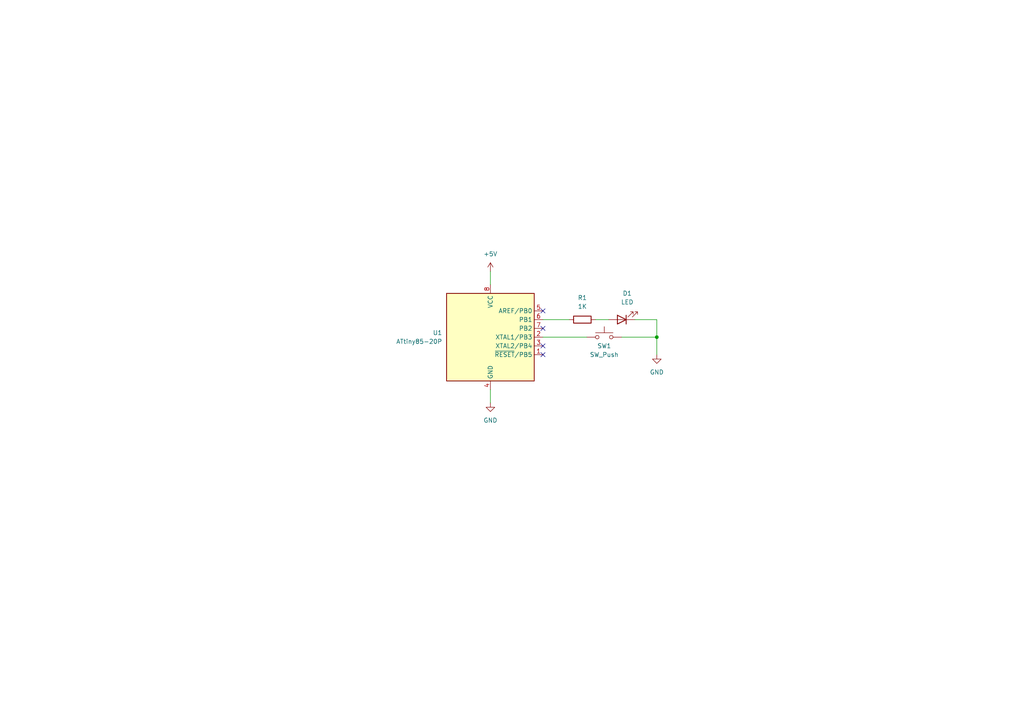
<source format=kicad_sch>
(kicad_sch (version 20211123) (generator eeschema)
  (paper "A4")
  (lib_symbols
    (symbol "Device:LED" (pin_numbers hide) (pin_names (offset 1.016) hide)
      (property "Reference" "D" (at 0 2.54 0))
      (property "Value" "LED" (at 0 -2.54 0))
      (symbol "LED_0_1"
        (polyline (pts (xy -1.27 -1.27) (xy -1.27 1.27)) (stroke (width 0.254)))
        (polyline (pts (xy -1.27 0) (xy 1.27 0)))
        (polyline (pts (xy 1.27 -1.27) (xy 1.27 1.27) (xy -1.27 0) (xy 1.27 -1.27)) (stroke (width 0.254)))
        (polyline (pts (xy -3.048 -0.762) (xy -4.572 -2.286) (xy -3.81 -2.286) (xy -4.572 -2.286) (xy -4.572 -1.524)))
        (polyline (pts (xy -1.778 -0.762) (xy -3.302 -2.286) (xy -2.54 -2.286) (xy -3.302 -2.286) (xy -3.302 -1.524)))
      )
      (symbol "LED_1_1"
        (pin passive line (at -3.81 0 0) (length 2.54) (name "K") (number "1"))
        (pin passive line (at 3.81 0 180) (length 2.54) (name "A") (number "2"))
      )
    )
    (symbol "Device:R" (pin_numbers hide) (pin_names (offset 0))
      (property "Reference" "R" (at 2.032 0 90))
      (property "Value" "R" (at 0 0 90))
      (symbol "R_0_1"
        (rectangle (start -1.016 -2.54) (end 1.016 2.54) (stroke (width 0.254)))
      )
      (symbol "R_1_1"
        (pin passive line (at 0 3.81 270) (length 1.27) (name "~") (number "1"))
        (pin passive line (at 0 -3.81 90) (length 1.27) (name "~") (number "2"))
      )
    )
    (symbol "MCU_Microchip_ATtiny:ATtiny85-20P"
      (property "Reference" "U" (at -12.7 13.97 0))
      (property "Value" "ATtiny85-20P" (at 2.54 -13.97 0))
      (symbol "ATtiny85-20P_0_1"
        (rectangle (start -12.7 -12.7) (end 12.7 12.7) (stroke (width 0.254)) (fill (type background)))
      )
      (symbol "ATtiny85-20P_1_1"
        (pin bidirectional line (at 15.24 -5.08 180) (length 2.54) (name "~{RESET}/PB5") (number "1"))
        (pin bidirectional line (at 15.24 0 180) (length 2.54) (name "XTAL1/PB3") (number "2"))
        (pin bidirectional line (at 15.24 -2.54 180) (length 2.54) (name "XTAL2/PB4") (number "3"))
        (pin power_in line (at 0 -15.24 90) (length 2.54) (name "GND") (number "4"))
        (pin bidirectional line (at 15.24 7.62 180) (length 2.54) (name "AREF/PB0") (number "5"))
        (pin bidirectional line (at 15.24 5.08 180) (length 2.54) (name "PB1") (number "6"))
        (pin bidirectional line (at 15.24 2.54 180) (length 2.54) (name "PB2") (number "7"))
        (pin power_in line (at 0 15.24 270) (length 2.54) (name "VCC") (number "8"))
      )
    )
    (symbol "Switch:SW_Push" (pin_numbers hide) (pin_names (offset 1.016) hide)
      (property "Reference" "SW" (at 1.27 2.54 0))
      (property "Value" "SW_Push" (at 0 -1.524 0))
      (symbol "SW_Push_0_1"
        (circle (center -2.032 0) (radius 0.508))
        (polyline (pts (xy 0 1.27) (xy 0 3.048)))
        (polyline (pts (xy 2.54 1.27) (xy -2.54 1.27)))
        (circle (center 2.032 0) (radius 0.508))
        (pin passive line (at -5.08 0 0) (length 2.54) (name "1") (number "1"))
        (pin passive line (at 5.08 0 180) (length 2.54) (name "2") (number "2"))
      )
    )
    (symbol "power:+5V" (power) (pin_names (offset 0))
      (property "Value" "+5V" (at 0 3.556 0))
      (symbol "+5V_0_1"
        (polyline (pts (xy -0.762 1.27) (xy 0 2.54)))
        (polyline (pts (xy 0 0) (xy 0 2.54)))
        (polyline (pts (xy 0 2.54) (xy 0.762 1.27)))
      )
      (symbol "+5V_1_1"
        (pin power_in line (at 0 0 90) (length 0) hide (name "+5V") (number "1"))
      )
    )
    (symbol "power:GND" (power) (pin_names (offset 0))
      (property "Value" "GND" (at 0 -3.81 0))
      (symbol "GND_0_1"
        (polyline (pts (xy 0 0) (xy 0 -1.27) (xy 1.27 -1.27) (xy 0 -2.54) (xy -1.27 -1.27) (xy 0 -1.27)))
      )
      (symbol "GND_1_1"
        (pin power_in line (at 0 0 270) (length 0) hide (name "GND") (number "1"))
      )
    )
  )
  (junction (at 190.5 97.79))
  (no_connect (at 157.48 90.17))
  (no_connect (at 157.48 95.25))
  (no_connect (at 157.48 100.33))
  (no_connect (at 157.48 102.87))
  (wire (pts (xy 184.15 92.71) (xy 190.5 92.71)))
  (wire (pts (xy 142.24 78.74) (xy 142.24 82.55)))
  (wire (pts (xy 190.5 92.71) (xy 190.5 97.79)))
  (wire (pts (xy 172.72 92.71) (xy 176.53 92.71)))
  (wire (pts (xy 157.48 92.71) (xy 165.1 92.71)))
  (wire (pts (xy 142.24 113.03) (xy 142.24 116.84)))
  (wire (pts (xy 157.48 97.79) (xy 170.18 97.79)))
  (wire (pts (xy 190.5 97.79) (xy 190.5 102.87)))
  (wire (pts (xy 180.34 97.79) (xy 190.5 97.79)))
  (symbol (lib_id "MCU_Microchip_ATtiny:ATtiny85-20P") (at 142.24 97.79 0) (unit 1)
    (property "Reference" "U1" (at 128.27 96.5199 0) (effects (justify right)))
    (property "Value" "ATtiny85-20P" (at 128.27 99.0599 0) (effects (justify right)))
    (property "Footprint" "Package_DIP:DIP-8_W7.62mm" (effects hide))
    (property "Datasheet" "http://ww1.microchip.com/downloads/en/DeviceDoc/atmel-2586-avr-8-bit-microcontroller-attiny25-attiny45-attiny85_datasheet.pdf" (effects hide))
  )
  (symbol (lib_id "Device:R") (at 168.91 92.71 90) (unit 1)
    (property "Reference" "R1" (at 168.91 86.36 90))
    (property "Value" "1K" (at 168.91 88.9 90))
  )
  (symbol (lib_id "power:GND") (at 142.24 116.84 0) (unit 1)
    (property "Reference" "#PWR02" (effects hide))
    (property "Value" "GND" (at 142.24 121.92 0))
  )
  (symbol (lib_id "power:+5V") (at 142.24 78.74 0) (unit 1)
    (property "Reference" "#PWR01" (effects hide))
    (property "Value" "+5V" (at 142.24 73.66 0))
  )
  (symbol (lib_id "power:GND") (at 190.5 102.87 0) (unit 1)
    (property "Reference" "#PWR03" (effects hide))
    (property "Value" "GND" (at 190.5 107.95 0))
  )
  (symbol (lib_id "Device:LED") (at 180.34 92.71 180) (unit 1)
    (property "Reference" "D1" (at 181.9275 85.09 0))
    (property "Value" "LED" (at 181.9275 87.63 0))
  )
  (symbol (lib_id "Switch:SW_Push") (at 175.26 97.79 0) (unit 1)
    (property "Reference" "SW1" (at 175.26 100.33 0))
    (property "Value" "SW_Push" (at 175.26 102.87 0))
  )
)
</source>
